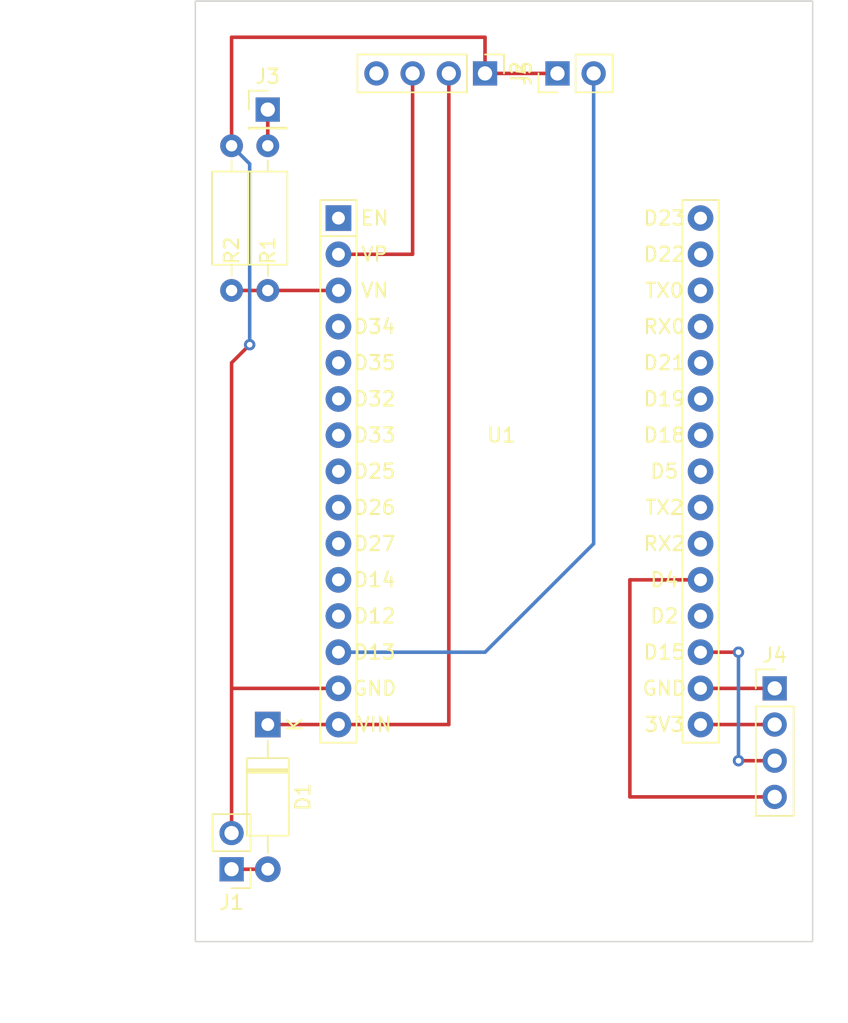
<source format=kicad_pcb>
(kicad_pcb (version 20211014) (generator pcbnew)
  (layers (0 "F.Cu" signal) (31 "B.Cu" signal) (34 "B.Paste" user) (35 "F.Paste" user) (36 "B.SilkS" user "B.Silkscreen") (37 "F.SilkS" user "F.Silkscreen") (38 "B.Mask" user) (39 "F.Mask" user) (44 "Edge.Cuts" user))
  (net 0 "")
  (net 1 "Net-(D1-Pad1)")
  (net 2 "Net-(D1-Pad2)")
  (net 3 "Net-(J1-Pad2)")
  (net 5 "Net-(J3-Pad1)")
  (net 6 "Net-(J4-Pad1)")
  (net 7 "Net-(J4-Pad2)")
  (net 8 "Net-(J4-Pad3)")
  (net 9 "Net-(J5-Pad2)")
  (net 10 "Net-(J4-Pad4)")
  (net 32 "Net-(J2-Pad3)")
  (net 33 "Net-(R1-Pad2)")
  (footprint "Resistor_THT:R_Axial_DIN0207_L6.3mm_D2.5mm_P10.16mm_Horizontal" (layer "F.Cu") (at 144.78 53.34 -90)
    (fp_text reference "R1" (at 7.366 0 90) (layer "F.SilkS"))
    (fp_text value "180K")
    (fp_line (start 8.35 -1.37) (end 1.81 -1.37) (layer "F.SilkS") (width 0.12))
    (fp_line (start 1.81 1.37) (end 8.35 1.37) (layer "F.SilkS") (width 0.12))
    (fp_line (start 1.04 0) (end 1.81 0) (layer "F.SilkS") (width 0.12))
    (fp_line (start 1.81 -1.37) (end 1.81 1.37) (layer "F.SilkS") (width 0.12))
    (fp_line (start 9.12 0) (end 8.35 0) (layer "F.SilkS") (width 0.12))
    (fp_line (start 8.35 1.37) (end 8.35 -1.37) (layer "F.SilkS") (width 0.12))
    (pad "1" thru_hole circle (at 0 0 270) (size 1.6 1.6) (drill 0.8) (layers *.Cu *.Mask) (net 5 "Net-(J3-Pad1)"))
    (pad "2" thru_hole oval (at 10.16 0 270) (size 1.6 1.6) (drill 0.8) (layers *.Cu *.Mask) (net 33 "Net-(R1-Pad2)"))
  )
  (footprint "Connector_PinHeader_2.54mm:PinHeader_1x04_P2.54mm_Vertical" (layer "F.Cu") (at 180.34 91.44)
    (fp_text reference "J4" (at 0 -2.33) (layer "F.SilkS"))
    (fp_text value "Conn_I2C_out")
    (fp_line (start -1.33 1.27) (end -1.33 8.95) (layer "F.SilkS") (width 0.12))
    (fp_line (start -1.33 8.95) (end 1.33 8.95) (layer "F.SilkS") (width 0.12))
    (fp_line (start 1.33 1.27) (end 1.33 8.95) (layer "F.SilkS") (width 0.12))
    (fp_line (start -1.33 1.27) (end 1.33 1.27) (layer "F.SilkS") (width 0.12))
    (fp_line (start -1.33 -1.33) (end 0 -1.33) (layer "F.SilkS") (width 0.12))
    (fp_line (start -1.33 0) (end -1.33 -1.33) (layer "F.SilkS") (width 0.12))
    (pad "1" thru_hole rect (at 0 0) (size 1.7 1.7) (drill 1) (layers *.Cu *.Mask) (net 6 "Net-(J4-Pad1)"))
    (pad "2" thru_hole oval (at 0 2.54) (size 1.7 1.7) (drill 1) (layers *.Cu *.Mask) (net 7 "Net-(J4-Pad2)"))
    (pad "3" thru_hole oval (at 0 5.08) (size 1.7 1.7) (drill 1) (layers *.Cu *.Mask) (net 8 "Net-(J4-Pad3)"))
    (pad "4" thru_hole oval (at 0 7.62) (size 1.7 1.7) (drill 1) (layers *.Cu *.Mask) (net 10 "Net-(J4-Pad4)"))
  )
  (footprint "Diode_THT:D_A-405_P10.16mm_Horizontal" (layer "F.Cu") (at 144.78 93.98 -90)
    (fp_text reference "D1" (at 5.08 -2.47 90) (layer "F.SilkS"))
    (fp_text value "D")
    (fp_text user "K" (at 0 -1.9 90) (layer "F.SilkS"))
    (fp_line (start 3.26 -1.47) (end 3.26 1.47) (layer "F.SilkS") (width 0.12))
    (fp_line (start 7.8 1.47) (end 7.8 -1.47) (layer "F.SilkS") (width 0.12))
    (fp_line (start 2.36 1.47) (end 7.8 1.47) (layer "F.SilkS") (width 0.12))
    (fp_line (start 7.8 -1.47) (end 2.36 -1.47) (layer "F.SilkS") (width 0.12))
    (fp_line (start 1.14 0) (end 2.36 0) (layer "F.SilkS") (width 0.12))
    (fp_line (start 3.14 -1.47) (end 3.14 1.47) (layer "F.SilkS") (width 0.12))
    (fp_line (start 2.36 -1.47) (end 2.36 1.47) (layer "F.SilkS") (width 0.12))
    (fp_line (start 3.38 -1.47) (end 3.38 1.47) (layer "F.SilkS") (width 0.12))
    (fp_line (start 9.02 0) (end 7.8 0) (layer "F.SilkS") (width 0.12))
    (pad "1" thru_hole rect (at 0 0 270) (size 1.8 1.8) (drill 0.9) (layers *.Cu *.Mask) (net 1 "Net-(D1-Pad1)"))
    (pad "2" thru_hole oval (at 10.16 0 270) (size 1.8 1.8) (drill 0.9) (layers *.Cu *.Mask) (net 2 "Net-(D1-Pad2)"))
  )
  (footprint "Node_mcu:NodeMCU_SBC" (layer "F.Cu") (at 149.7375 58.42)
    (fp_text reference "U1" (at 11.43 15.24) (layer "F.SilkS"))
    (fp_text value "NodeMCU_ESP32")
    (fp_text user "D26" (at 2.54 20.32) (layer "F.SilkS"))
    (fp_text user "EN" (at 2.54 0) (layer "F.SilkS"))
    (fp_text user "TX0" (at 22.86 5.08) (layer "F.SilkS"))
    (fp_text user "D2" (at 22.86 27.94) (layer "F.SilkS"))
    (fp_text user "VIN" (at 2.54 35.56) (layer "F.SilkS"))
    (fp_text user "TX2" (at 22.86 20.32) (layer "F.SilkS"))
    (fp_text user "D18" (at 22.86 15.24) (layer "F.SilkS"))
    (fp_text user "GND" (at 22.86 33.02) (layer "F.SilkS"))
    (fp_text user "D23" (at 22.86 0) (layer "F.SilkS"))
    (fp_text user "D25" (at 2.54 17.78) (layer "F.SilkS"))
    (fp_text user "D14" (at 2.54 25.4) (layer "F.SilkS"))
    (fp_text user "3V3" (at 22.86 35.56) (layer "F.SilkS"))
    (fp_text user "D19" (at 22.86 12.7) (layer "F.SilkS"))
    (fp_text user "D34" (at 2.54 7.62) (layer "F.SilkS"))
    (fp_text user "D35" (at 2.54 10.16) (layer "F.SilkS"))
    (fp_text user "D22" (at 22.86 2.54) (layer "F.SilkS"))
    (fp_text user "D21" (at 22.86 10.16) (layer "F.SilkS"))
    (fp_text user "RX2" (at 22.86 22.86) (layer "F.SilkS"))
    (fp_text user "D4" (at 22.86 25.4) (layer "F.SilkS"))
    (fp_text user "D12" (at 2.54 27.94) (layer "F.SilkS"))
    (fp_text user "D33" (at 2.54 15.24) (layer "F.SilkS"))
    (fp_text user "D32" (at 2.54 12.7) (layer "F.SilkS"))
    (fp_text user "D15" (at 22.86 30.48) (layer "F.SilkS"))
    (fp_text user "D5" (at 22.86 17.78) (layer "F.SilkS"))
    (fp_text user "GND" (at 2.54 33.02) (layer "F.SilkS"))
    (fp_text user "D13" (at 2.54 30.48) (layer "F.SilkS"))
    (fp_text user "VN" (at 2.54 5.08) (layer "F.SilkS"))
    (fp_text user "D27" (at 2.54 22.86) (layer "F.SilkS"))
    (fp_text user "RX0" (at 22.86 7.62) (layer "F.SilkS"))
    (fp_text user "VP" (at 2.54 2.54) (layer "F.SilkS"))
    (fp_line (start 24.13 -1.27) (end 24.13 36.83) (layer "F.SilkS") (width 0.12))
    (fp_line (start 1.27 36.83) (end 1.27 -1.27) (layer "F.SilkS") (width 0.12))
    (fp_line (start 24.13 36.83) (end 26.67 36.83) (layer "F.SilkS") (width 0.12))
    (fp_line (start -1.27 -1.27) (end -1.27 36.83) (layer "F.SilkS") (width 0.12))
    (fp_line (start 1.27 -1.27) (end -1.27 -1.27) (layer "F.SilkS") (width 0.12))
    (fp_line (start 26.67 36.83) (end 26.67 -1.27) (layer "F.SilkS") (width 0.12))
    (fp_line (start 1.27 1.27) (end -1.27 1.27) (layer "F.SilkS") (width 0.12))
    (fp_line (start -1.27 36.83) (end 1.27 36.83) (layer "F.SilkS") (width 0.12))
    (fp_line (start 26.67 -1.27) (end 24.13 -1.27) (layer "F.SilkS") (width 0.12))
    (pad "" np_thru_hole circle (at 25.3475 -4.25) (size 3.2 3.2) (drill 3.2) (layers *.Cu *.Mask))
    (pad "" np_thru_hole circle (at 25.3475 43.18) (size 3.2 3.2) (drill 3.2) (layers *.Cu *.Mask))
    (pad "" np_thru_hole circle (at 0.1125 43.18) (size 3.2 3.2) (drill 3.2) (layers *.Cu *.Mask))
    (pad "" np_thru_hole circle (at 0.0625 -4.25) (size 3.2 3.2) (drill 3.2) (layers *.Cu *.Mask))
    (pad "1" thru_hole rect (at 0 0) (size 1.8 1.8) (drill 0.9) (layers *.Cu *.Mask))
    (pad "2" thru_hole circle (at 0 2.54) (size 1.8 1.8) (drill 0.9) (layers *.Cu *.Mask) (net 32 "Net-(J2-Pad3)"))
    (pad "3" thru_hole circle (at 0 5.08) (size 1.8 1.8) (drill 0.9) (layers *.Cu *.Mask) (net 33 "Net-(R1-Pad2)"))
    (pad "4" thru_hole circle (at 0 7.62) (size 1.8 1.8) (drill 0.9) (layers *.Cu *.Mask))
    (pad "5" thru_hole circle (at 0 10.16) (size 1.8 1.8) (drill 0.9) (layers *.Cu *.Mask))
    (pad "6" thru_hole circle (at 0 12.7) (size 1.8 1.8) (drill 0.9) (layers *.Cu *.Mask))
    (pad "7" thru_hole circle (at 0 15.24) (size 1.8 1.8) (drill 0.9) (layers *.Cu *.Mask))
    (pad "8" thru_hole circle (at 0 17.78) (size 1.8 1.8) (drill 0.9) (layers *.Cu *.Mask))
    (pad "9" thru_hole circle (at 0 20.32) (size 1.8 1.8) (drill 0.9) (layers *.Cu *.Mask))
    (pad "10" thru_hole circle (at 0 22.86) (size 1.8 1.8) (drill 0.9) (layers *.Cu *.Mask))
    (pad "11" thru_hole circle (at 0 25.4) (size 1.8 1.8) (drill 0.9) (layers *.Cu *.Mask))
    (pad "12" thru_hole circle (at 0 27.94) (size 1.8 1.8) (drill 0.9) (layers *.Cu *.Mask))
    (pad "13" thru_hole circle (at 0 30.48) (size 1.8 1.8) (drill 0.9) (layers *.Cu *.Mask) (net 9 "Net-(J5-Pad2)"))
    (pad "14" thru_hole circle (at 0 33.02) (size 1.8 1.8) (drill 0.9) (layers *.Cu *.Mask) (net 3 "Net-(J1-Pad2)"))
    (pad "15" thru_hole circle (at 0 35.56) (size 1.8 1.8) (drill 0.9) (layers *.Cu *.Mask) (net 1 "Net-(D1-Pad1)"))
    (pad "16" thru_hole circle (at 25.4 35.56) (size 1.8 1.8) (drill 0.9) (layers *.Cu *.Mask) (net 7 "Net-(J4-Pad2)"))
    (pad "17" thru_hole circle (at 25.4 33.02) (size 1.8 1.8) (drill 0.9) (layers *.Cu *.Mask) (net 6 "Net-(J4-Pad1)"))
    (pad "18" thru_hole circle (at 25.4 30.48) (size 1.8 1.8) (drill 0.9) (layers *.Cu *.Mask) (net 8 "Net-(J4-Pad3)"))
    (pad "19" thru_hole circle (at 25.4 27.94) (size 1.8 1.8) (drill 0.9) (layers *.Cu *.Mask))
    (pad "20" thru_hole circle (at 25.4 25.4) (size 1.8 1.8) (drill 0.9) (layers *.Cu *.Mask) (net 10 "Net-(J4-Pad4)"))
    (pad "21" thru_hole circle (at 25.4 22.86) (size 1.8 1.8) (drill 0.9) (layers *.Cu *.Mask))
    (pad "22" thru_hole circle (at 25.4 20.32) (size 1.8 1.8) (drill 0.9) (layers *.Cu *.Mask))
    (pad "23" thru_hole circle (at 25.4 17.78) (size 1.8 1.8) (drill 0.9) (layers *.Cu *.Mask))
    (pad "24" thru_hole circle (at 25.4 15.24) (size 1.8 1.8) (drill 0.9) (layers *.Cu *.Mask))
    (pad "25" thru_hole circle (at 25.4 12.7) (size 1.8 1.8) (drill 0.9) (layers *.Cu *.Mask))
    (pad "26" thru_hole circle (at 25.4 10.16) (size 1.8 1.8) (drill 0.9) (layers *.Cu *.Mask))
    (pad "27" thru_hole circle (at 25.4 7.62) (size 1.8 1.8) (drill 0.9) (layers *.Cu *.Mask))
    (pad "28" thru_hole circle (at 25.4 5.08) (size 1.8 1.8) (drill 0.9) (layers *.Cu *.Mask))
    (pad "29" thru_hole circle (at 25.4 2.54) (size 1.8 1.8) (drill 0.9) (layers *.Cu *.Mask))
    (pad "30" thru_hole circle (at 25.4 0) (size 1.8 1.8) (drill 0.9) (layers *.Cu *.Mask))
  )
  (footprint "Resistor_THT:R_Axial_DIN0207_L6.3mm_D2.5mm_P10.16mm_Horizontal" (layer "F.Cu") (at 142.24 63.5 90)
    (fp_text reference "R2" (at 2.794 0 90) (layer "F.SilkS"))
    (fp_text value "12K")
    (fp_line (start 8.35 1.37) (end 8.35 -1.37) (layer "F.SilkS") (width 0.12))
    (fp_line (start 1.81 -1.37) (end 1.81 1.37) (layer "F.SilkS") (width 0.12))
    (fp_line (start 1.04 0) (end 1.81 0) (layer "F.SilkS") (width 0.12))
    (fp_line (start 8.35 -1.37) (end 1.81 -1.37) (layer "F.SilkS") (width 0.12))
    (fp_line (start 1.81 1.37) (end 8.35 1.37) (layer "F.SilkS") (width 0.12))
    (fp_line (start 9.12 0) (end 8.35 0) (layer "F.SilkS") (width 0.12))
    (pad "1" thru_hole circle (at 0 0 90) (size 1.6 1.6) (drill 0.8) (layers *.Cu *.Mask) (net 33 "Net-(R1-Pad2)"))
    (pad "2" thru_hole oval (at 10.16 0 90) (size 1.6 1.6) (drill 0.8) (layers *.Cu *.Mask) (net 3 "Net-(J1-Pad2)"))
  )
  (footprint "Connector_PinHeader_2.54mm:PinHeader_1x01_P2.54mm_Vertical" (layer "F.Cu") (at 144.78 50.8)
    (fp_text reference "J3" (at 0 -2.33) (layer "F.SilkS"))
    (fp_text value "Conn_battery")
    (fp_line (start -1.33 -1.33) (end 0 -1.33) (layer "F.SilkS") (width 0.12))
    (fp_line (start 1.33 1.27) (end 1.33 1.33) (layer "F.SilkS") (width 0.12))
    (fp_line (start -1.33 1.27) (end -1.33 1.33) (layer "F.SilkS") (width 0.12))
    (fp_line (start -1.33 1.33) (end 1.33 1.33) (layer "F.SilkS") (width 0.12))
    (fp_line (start -1.33 1.27) (end 1.33 1.27) (layer "F.SilkS") (width 0.12))
    (fp_line (start -1.33 0) (end -1.33 -1.33) (layer "F.SilkS") (width 0.12))
    (pad "1" thru_hole rect (at 0 0) (size 1.7 1.7) (drill 1) (layers *.Cu *.Mask) (net 5 "Net-(J3-Pad1)"))
  )
  (footprint "Connector_PinHeader_2.54mm:PinHeader_1x02_P2.54mm_Vertical" (layer "F.Cu") (at 142.24 104.14 180)
    (fp_text reference "J1" (at 0 -2.33) (layer "F.SilkS"))
    (fp_text value "Conn_alim")
    (fp_line (start -1.33 3.87) (end 1.33 3.87) (layer "F.SilkS") (width 0.12))
    (fp_line (start -1.33 1.27) (end -1.33 3.87) (layer "F.SilkS") (width 0.12))
    (fp_line (start -1.33 -1.33) (end 0 -1.33) (layer "F.SilkS") (width 0.12))
    (fp_line (start -1.33 1.27) (end 1.33 1.27) (layer "F.SilkS") (width 0.12))
    (fp_line (start 1.33 1.27) (end 1.33 3.87) (layer "F.SilkS") (width 0.12))
    (fp_line (start -1.33 0) (end -1.33 -1.33) (layer "F.SilkS") (width 0.12))
    (pad "1" thru_hole rect (at 0 0 180) (size 1.7 1.7) (drill 1) (layers *.Cu *.Mask) (net 2 "Net-(D1-Pad2)"))
    (pad "2" thru_hole oval (at 0 2.54 180) (size 1.7 1.7) (drill 1) (layers *.Cu *.Mask) (net 3 "Net-(J1-Pad2)"))
  )
  (footprint "Connector_PinHeader_2.54mm:PinHeader_1x02_P2.54mm_Vertical" (layer "F.Cu") (at 165.1 48.26 90)
    (fp_text reference "J5" (at 0 -2.33 90) (layer "F.SilkS"))
    (fp_text value "Conn_speed_sensor")
    (fp_line (start -1.33 0) (end -1.33 -1.33) (layer "F.SilkS") (width 0.12))
    (fp_line (start -1.33 1.27) (end 1.33 1.27) (layer "F.SilkS") (width 0.12))
    (fp_line (start -1.33 1.27) (end -1.33 3.87) (layer "F.SilkS") (width 0.12))
    (fp_line (start -1.33 -1.33) (end 0 -1.33) (layer "F.SilkS") (width 0.12))
    (fp_line (start 1.33 1.27) (end 1.33 3.87) (layer "F.SilkS") (width 0.12))
    (fp_line (start -1.33 3.87) (end 1.33 3.87) (layer "F.SilkS") (width 0.12))
    (pad "1" thru_hole rect (at 0 0 90) (size 1.7 1.7) (drill 1) (layers *.Cu *.Mask) (net 3 "Net-(J1-Pad2)"))
    (pad "2" thru_hole oval (at 0 2.54 90) (size 1.7 1.7) (drill 1) (layers *.Cu *.Mask) (net 9 "Net-(J5-Pad2)"))
  )
  (footprint "Connector_PinHeader_2.54mm:PinHeader_1x04_P2.54mm_Vertical" (layer "F.Cu") (at 160.02 48.26 -90)
    (fp_text reference "J2" (at 0 -2.33 90) (layer "F.SilkS"))
    (fp_text value "Conn_HSTS016L")
    (fp_line (start -1.33 0) (end -1.33 -1.33) (layer "F.SilkS") (width 0.12))
    (fp_line (start -1.33 -1.33) (end 0 -1.33) (layer "F.SilkS") (width 0.12))
    (fp_line (start -1.33 1.27) (end 1.33 1.27) (layer "F.SilkS") (width 0.12))
    (fp_line (start -1.33 1.27) (end -1.33 8.95) (layer "F.SilkS") (width 0.12))
    (fp_line (start 1.33 1.27) (end 1.33 8.95) (layer "F.SilkS") (width 0.12))
    (fp_line (start -1.33 8.95) (end 1.33 8.95) (layer "F.SilkS") (width 0.12))
    (pad "1" thru_hole rect (at 0 0 270) (size 1.7 1.7) (drill 1) (layers *.Cu *.Mask) (net 3 "Net-(J1-Pad2)"))
    (pad "2" thru_hole oval (at 0 2.54 270) (size 1.7 1.7) (drill 1) (layers *.Cu *.Mask) (net 1 "Net-(D1-Pad1)"))
    (pad "3" thru_hole oval (at 0 5.08 270) (size 1.7 1.7) (drill 1) (layers *.Cu *.Mask) (net 32 "Net-(J2-Pad3)"))
    (pad "4" thru_hole oval (at 0 7.62 270) (size 1.7 1.7) (drill 1) (layers *.Cu *.Mask))
  )
  (gr_rect (start 139.7 43.18) (end 183 109.22) (layer "Edge.Cuts") (width 0.1) (fill none))
  (segment (start 157.48 93.98) (end 157.48 48.26) (width 0.25) (layer "F.Cu") (net 1))
  (segment (start 144.78 93.98) (end 149.7375 93.98) (width 0.25) (layer "F.Cu") (net 1))
  (segment (start 149.7375 93.98) (end 157.48 93.98) (width 0.25) (layer "F.Cu") (net 1))
  (segment (start 142.24 104.14) (end 144.78 104.14) (width 0.25) (layer "F.Cu") (net 2))
  (segment (start 160.02 45.72) (end 160.02 48.26) (width 0.25) (layer "F.Cu") (net 3))
  (segment (start 142.24 91.44) (end 149.7375 91.44) (width 0.25) (layer "F.Cu") (net 3))
  (segment (start 142.24 53.34) (end 142.24 45.72) (width 0.25) (layer "F.Cu") (net 3))
  (segment (start 142.24 45.72) (end 160.02 45.72) (width 0.25) (layer "F.Cu") (net 3))
  (segment (start 160.02 48.26) (end 165.1 48.26) (width 0.25) (layer "F.Cu") (net 3))
  (segment (start 142.24 91.44) (end 142.24 68.58) (width 0.25) (layer "F.Cu") (net 3))
  (segment (start 142.24 101.6) (end 142.24 91.44) (width 0.25) (layer "F.Cu") (net 3))
  (segment (start 142.24 68.58) (end 143.51 67.31) (width 0.25) (layer "F.Cu") (net 3))
  (via (at 143.51 67.31) (size 0.8) (drill 0.4) (layers "F.Cu" "B.Cu") (net 3))
  (segment (start 143.51 54.61) (end 142.24 53.34) (width 0.25) (layer "B.Cu") (net 3))
  (segment (start 143.51 67.31) (end 143.51 54.61) (width 0.25) (layer "B.Cu") (net 3))
  (segment (start 144.78 50.8) (end 144.78 53.34) (width 0.25) (layer "F.Cu") (net 5))
  (segment (start 175.1375 91.44) (end 180.34 91.44) (width 0.25) (layer "F.Cu") (net 6))
  (segment (start 180.34 93.98) (end 175.1375 93.98) (width 0.25) (layer "F.Cu") (net 7))
  (segment (start 175.1375 88.9) (end 177.8 88.9) (width 0.25) (layer "F.Cu") (net 8))
  (segment (start 177.8 96.52) (end 180.34 96.52) (width 0.25) (layer "F.Cu") (net 8))
  (via (at 177.8 88.9) (size 0.8) (drill 0.4) (layers "F.Cu" "B.Cu") (net 8))
  (via (at 177.8 96.52) (size 0.8) (drill 0.4) (layers "F.Cu" "B.Cu") (net 8))
  (segment (start 177.8 88.9) (end 177.8 96.52) (width 0.25) (layer "B.Cu") (net 8))
  (segment (start 160.02 88.9) (end 149.7375 88.9) (width 0.25) (layer "B.Cu") (net 9))
  (segment (start 167.64 81.28) (end 160.02 88.9) (width 0.25) (layer "B.Cu") (net 9))
  (segment (start 167.64 48.26) (end 167.64 81.28) (width 0.25) (layer "B.Cu") (net 9))
  (segment (start 170.18 99.06) (end 170.18 83.82) (width 0.25) (layer "F.Cu") (net 10))
  (segment (start 180.34 99.06) (end 170.18 99.06) (width 0.25) (layer "F.Cu") (net 10))
  (segment (start 170.18 83.82) (end 175.1375 83.82) (width 0.25) (layer "F.Cu") (net 10))
  (segment (start 154.94 60.96) (end 149.7375 60.96) (width 0.25) (layer "F.Cu") (net 32))
  (segment (start 154.94 48.26) (end 154.94 60.96) (width 0.25) (layer "F.Cu") (net 32))
  (segment (start 144.78 63.5) (end 149.7375 63.5) (width 0.25) (layer "F.Cu") (net 33))
  (segment (start 144.78 63.5) (end 142.24 63.5) (width 0.25) (layer "F.Cu") (net 33))
)
</source>
